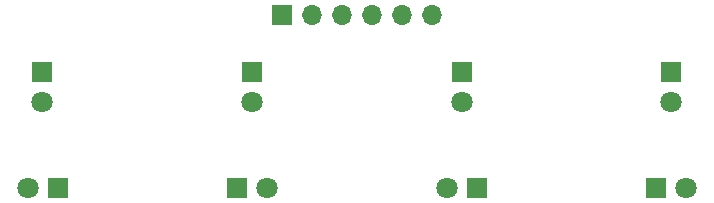
<source format=gbr>
%TF.GenerationSoftware,KiCad,Pcbnew,6.0.1-79c1e3a40b~116~ubuntu20.04.1*%
%TF.CreationDate,2022-02-01T23:37:04+05:30*%
%TF.ProjectId,lsa,6c73612e-6b69-4636-9164-5f7063625858,rev?*%
%TF.SameCoordinates,Original*%
%TF.FileFunction,Copper,L1,Top*%
%TF.FilePolarity,Positive*%
%FSLAX46Y46*%
G04 Gerber Fmt 4.6, Leading zero omitted, Abs format (unit mm)*
G04 Created by KiCad (PCBNEW 6.0.1-79c1e3a40b~116~ubuntu20.04.1) date 2022-02-01 23:37:04*
%MOMM*%
%LPD*%
G01*
G04 APERTURE LIST*
%TA.AperFunction,ComponentPad*%
%ADD10R,1.700000X1.700000*%
%TD*%
%TA.AperFunction,ComponentPad*%
%ADD11O,1.700000X1.700000*%
%TD*%
%TA.AperFunction,ComponentPad*%
%ADD12R,1.800000X1.800000*%
%TD*%
%TA.AperFunction,ComponentPad*%
%ADD13C,1.800000*%
%TD*%
G04 APERTURE END LIST*
D10*
%TO.P,J1,1,Pin_1*%
%TO.N,/A3_35*%
X109845000Y-73585000D03*
D11*
%TO.P,J1,2,Pin_2*%
%TO.N,/A2_34*%
X112385000Y-73585000D03*
%TO.P,J1,3,Pin_3*%
%TO.N,/A1_39*%
X114925000Y-73585000D03*
%TO.P,J1,4,Pin_4*%
%TO.N,/A0_36*%
X117465000Y-73585000D03*
%TO.P,J1,5,Pin_5*%
%TO.N,GND*%
X120005000Y-73585000D03*
%TO.P,J1,6,Pin_6*%
%TO.N,+3V3*%
X122545000Y-73585000D03*
%TD*%
D12*
%TO.P,D3,1,K*%
%TO.N,Net-(D3-Pad1)*%
X126325000Y-88220000D03*
D13*
%TO.P,D3,2,A*%
%TO.N,+3V3*%
X123785000Y-88220000D03*
%TD*%
D12*
%TO.P,D1,1,K*%
%TO.N,Net-(D1-Pad1)*%
X90825000Y-88220000D03*
D13*
%TO.P,D1,2,A*%
%TO.N,+3V3*%
X88285000Y-88220000D03*
%TD*%
D12*
%TO.P,D5,1,K*%
%TO.N,+3V3*%
X89540000Y-78445000D03*
D13*
%TO.P,D5,2,A*%
%TO.N,/LSA_A2*%
X89540000Y-80985000D03*
%TD*%
D12*
%TO.P,D7,1,K*%
%TO.N,+3V3*%
X125040000Y-78445000D03*
D13*
%TO.P,D7,2,A*%
%TO.N,/LSA_A0*%
X125040000Y-80985000D03*
%TD*%
D12*
%TO.P,D2,1,K*%
%TO.N,Net-(D2-Pad1)*%
X106035000Y-88220000D03*
D13*
%TO.P,D2,2,A*%
%TO.N,+3V3*%
X108575000Y-88220000D03*
%TD*%
D12*
%TO.P,D4,1,K*%
%TO.N,Net-(D4-Pad1)*%
X141525000Y-88220000D03*
D13*
%TO.P,D4,2,A*%
%TO.N,+3V3*%
X144065000Y-88220000D03*
%TD*%
D12*
%TO.P,D6,1,K*%
%TO.N,+3V3*%
X107290000Y-78445000D03*
D13*
%TO.P,D6,2,A*%
%TO.N,/LSA_A3*%
X107290000Y-80985000D03*
%TD*%
D12*
%TO.P,D8,1,K*%
%TO.N,+3V3*%
X142790000Y-78445000D03*
D13*
%TO.P,D8,2,A*%
%TO.N,/LSA_A1*%
X142790000Y-80985000D03*
%TD*%
M02*

</source>
